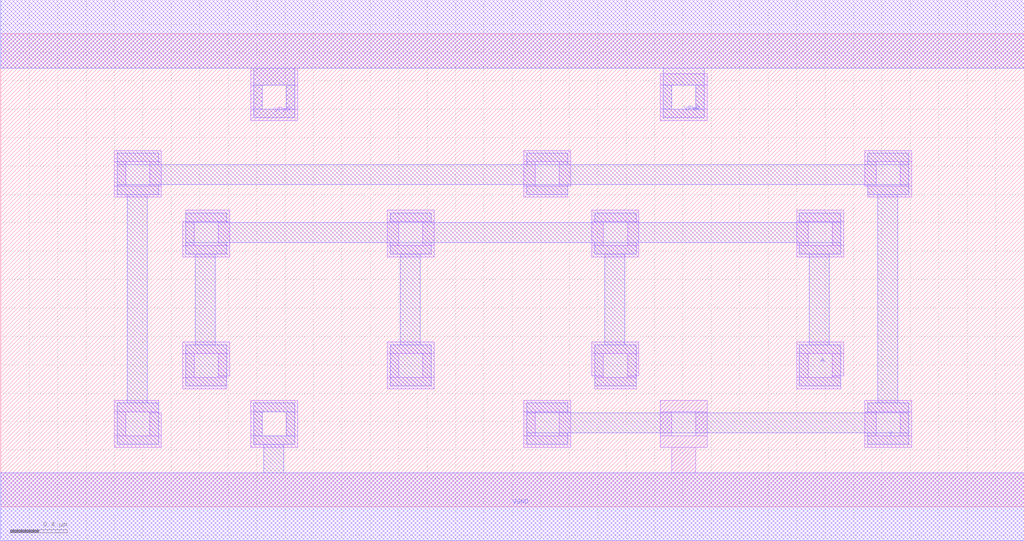
<source format=lef>
VERSION 5.7 ;
  NOWIREEXTENSIONATPIN ON ;
  DIVIDERCHAR "/" ;
  BUSBITCHARS "[]" ;
MACRO INVX8
  CLASS CORE ;
  FOREIGN INVX8 ;
  ORIGIN 0.000 0.000 ;
  SIZE 7.200 BY 3.330 ;
  SYMMETRY X Y R90 ;
  SITE unit ;
  PIN VPWR
    DIRECTION INOUT ;
    USE POWER ;
    SHAPE ABUTMENT ;
    PORT
      LAYER met1 ;
        RECT 0.000 3.090 7.200 3.570 ;
        RECT 1.780 2.970 2.070 3.090 ;
        RECT 1.780 2.800 1.840 2.970 ;
        RECT 2.010 2.800 2.070 2.970 ;
        RECT 1.780 2.740 2.070 2.800 ;
        RECT 4.660 2.970 4.950 3.090 ;
        RECT 4.660 2.800 4.720 2.970 ;
        RECT 4.890 2.800 4.950 2.970 ;
        RECT 4.660 2.740 4.950 2.800 ;
    END
    PORT
      LAYER li1 ;
        RECT 0.000 3.090 7.200 3.570 ;
        RECT 1.760 2.970 2.090 3.090 ;
        RECT 1.760 2.800 1.840 2.970 ;
        RECT 2.010 2.800 2.090 2.970 ;
        RECT 1.760 2.720 2.090 2.800 ;
    END
  END VPWR
  PIN VGND
    DIRECTION INOUT ;
    USE GROUND ;
    SHAPE ABUTMENT ;
    PORT
      LAYER met1 ;
        RECT 1.780 0.670 2.070 0.730 ;
        RECT 1.780 0.500 1.840 0.670 ;
        RECT 2.010 0.500 2.070 0.670 ;
        RECT 1.780 0.440 2.070 0.500 ;
        RECT 1.850 0.240 1.990 0.440 ;
        RECT 0.000 -0.240 7.200 0.240 ;
    END
    PORT
      LAYER li1 ;
        RECT 4.640 0.670 4.970 0.750 ;
        RECT 4.640 0.500 4.720 0.670 ;
        RECT 4.890 0.500 4.970 0.670 ;
        RECT 4.640 0.420 4.970 0.500 ;
        RECT 4.720 0.240 4.890 0.420 ;
        RECT 0.000 -0.240 7.200 0.240 ;
    END
  END VGND
  PIN Y
    DIRECTION INOUT ;
    USE SIGNAL ;
    SHAPE ABUTMENT ;
    PORT
      LAYER met1 ;
        RECT 0.820 2.410 1.110 2.490 ;
        RECT 3.700 2.410 3.990 2.490 ;
        RECT 6.100 2.410 6.390 2.490 ;
        RECT 0.820 2.270 6.390 2.410 ;
        RECT 0.820 2.200 1.110 2.270 ;
        RECT 3.700 2.200 3.990 2.270 ;
        RECT 6.100 2.200 6.390 2.270 ;
        RECT 0.890 0.730 1.030 2.200 ;
        RECT 6.170 0.730 6.310 2.200 ;
        RECT 0.820 0.440 1.110 0.730 ;
        RECT 3.700 0.660 3.990 0.730 ;
        RECT 6.100 0.660 6.390 0.730 ;
        RECT 3.700 0.520 6.390 0.660 ;
        RECT 3.700 0.440 3.990 0.520 ;
        RECT 6.100 0.440 6.390 0.520 ;
    END
  END Y
  PIN A
    DIRECTION INOUT ;
    USE SIGNAL ;
    SHAPE ABUTMENT ;
    PORT
      LAYER met1 ;
        RECT 1.300 2.000 1.590 2.070 ;
        RECT 2.740 2.000 3.030 2.070 ;
        RECT 4.180 2.000 4.470 2.070 ;
        RECT 5.620 2.000 5.910 2.070 ;
        RECT 1.300 1.860 5.910 2.000 ;
        RECT 1.300 1.780 1.590 1.860 ;
        RECT 2.740 1.780 3.030 1.860 ;
        RECT 4.180 1.780 4.470 1.860 ;
        RECT 5.620 1.780 5.910 1.860 ;
        RECT 1.370 1.140 1.510 1.780 ;
        RECT 2.810 1.140 2.950 1.780 ;
        RECT 4.250 1.140 4.390 1.780 ;
        RECT 5.690 1.140 5.830 1.780 ;
        RECT 1.300 0.850 1.590 1.140 ;
        RECT 2.740 0.850 3.030 1.140 ;
        RECT 4.180 0.850 4.470 1.140 ;
        RECT 5.620 0.850 5.910 1.140 ;
    END
  END A
  OBS
      LAYER li1 ;
        RECT 4.640 2.970 4.970 3.050 ;
        RECT 4.640 2.800 4.720 2.970 ;
        RECT 4.890 2.800 4.970 2.970 ;
        RECT 4.640 2.720 4.970 2.800 ;
        RECT 0.800 2.430 1.130 2.510 ;
        RECT 0.800 2.260 0.880 2.430 ;
        RECT 1.050 2.260 1.130 2.430 ;
        RECT 0.800 2.180 1.130 2.260 ;
        RECT 3.680 2.430 4.010 2.510 ;
        RECT 3.680 2.260 3.760 2.430 ;
        RECT 3.930 2.260 4.010 2.430 ;
        RECT 6.080 2.430 6.410 2.510 ;
        RECT 6.080 2.260 6.160 2.430 ;
        RECT 6.330 2.260 6.410 2.430 ;
        RECT 3.680 2.180 3.990 2.260 ;
        RECT 6.100 2.180 6.410 2.260 ;
        RECT 1.300 2.010 1.610 2.090 ;
        RECT 1.280 1.840 1.360 2.010 ;
        RECT 1.530 1.840 1.610 2.010 ;
        RECT 1.280 1.760 1.610 1.840 ;
        RECT 2.720 2.010 3.050 2.090 ;
        RECT 2.720 1.840 2.800 2.010 ;
        RECT 2.970 1.840 3.050 2.010 ;
        RECT 2.720 1.760 3.050 1.840 ;
        RECT 4.160 2.010 4.490 2.090 ;
        RECT 4.160 1.840 4.240 2.010 ;
        RECT 4.410 1.840 4.490 2.010 ;
        RECT 4.160 1.760 4.490 1.840 ;
        RECT 5.600 2.010 5.930 2.090 ;
        RECT 5.600 1.840 5.680 2.010 ;
        RECT 5.850 1.840 5.930 2.010 ;
        RECT 5.600 1.760 5.930 1.840 ;
        RECT 1.280 1.080 1.610 1.160 ;
        RECT 1.280 0.910 1.360 1.080 ;
        RECT 1.530 0.920 1.610 1.080 ;
        RECT 2.720 1.080 3.050 1.160 ;
        RECT 1.530 0.910 1.590 0.920 ;
        RECT 1.280 0.830 1.590 0.910 ;
        RECT 2.720 0.910 2.800 1.080 ;
        RECT 2.970 0.910 3.050 1.080 ;
        RECT 4.160 1.080 4.490 1.160 ;
        RECT 4.160 0.920 4.240 1.080 ;
        RECT 2.720 0.830 3.050 0.910 ;
        RECT 4.180 0.910 4.240 0.920 ;
        RECT 4.410 0.920 4.490 1.080 ;
        RECT 5.600 1.080 5.930 1.160 ;
        RECT 4.410 0.910 4.470 0.920 ;
        RECT 4.180 0.830 4.470 0.910 ;
        RECT 5.600 0.910 5.680 1.080 ;
        RECT 5.850 0.920 5.930 1.080 ;
        RECT 5.850 0.910 5.910 0.920 ;
        RECT 5.600 0.830 5.910 0.910 ;
        RECT 0.800 0.670 1.110 0.750 ;
        RECT 0.800 0.500 0.880 0.670 ;
        RECT 1.050 0.660 1.110 0.670 ;
        RECT 1.760 0.670 2.090 0.750 ;
        RECT 1.050 0.500 1.130 0.660 ;
        RECT 0.800 0.420 1.130 0.500 ;
        RECT 1.760 0.500 1.840 0.670 ;
        RECT 2.010 0.500 2.090 0.670 ;
        RECT 1.760 0.420 2.090 0.500 ;
        RECT 3.680 0.670 4.010 0.750 ;
        RECT 3.680 0.500 3.760 0.670 ;
        RECT 3.930 0.500 4.010 0.670 ;
        RECT 3.680 0.420 4.010 0.500 ;
        RECT 6.080 0.670 6.410 0.750 ;
        RECT 6.080 0.500 6.160 0.670 ;
        RECT 6.330 0.500 6.410 0.670 ;
        RECT 6.080 0.420 6.410 0.500 ;
  END
END INVX8
END LIBRARY


</source>
